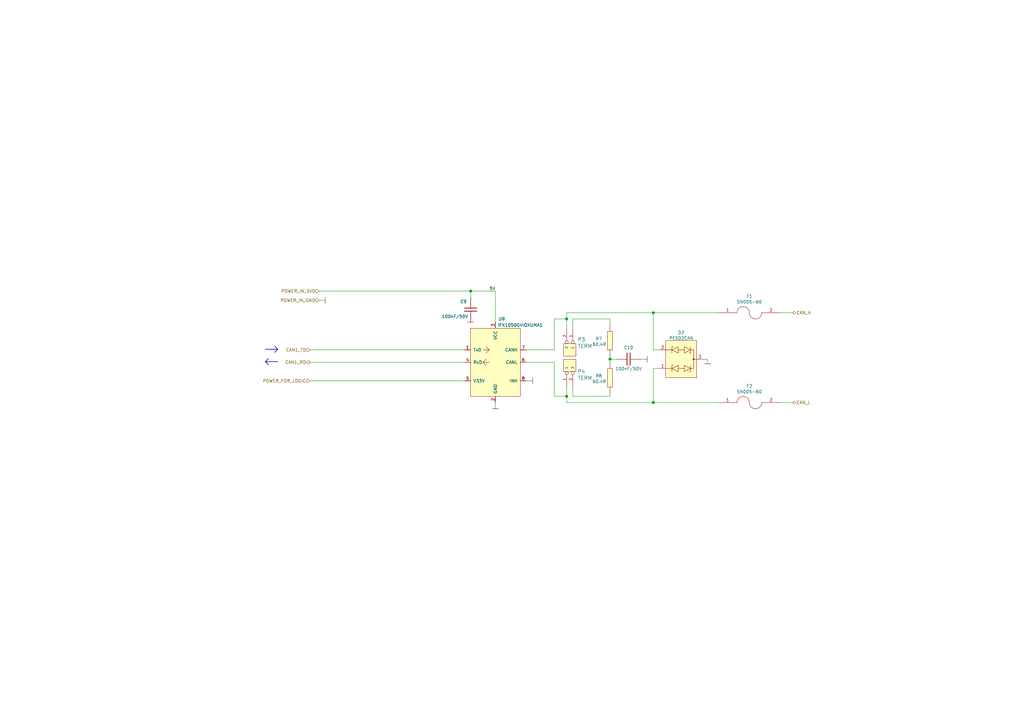
<source format=kicad_sch>
(kicad_sch (version 20210406) (generator eeschema)
  (paper "A3")
  (title_block (title "CAN Bus transceiver") (date "2021-04-14") (rev "V1.0") (company "Embedded System Labs"))
  (lib_symbols
    (symbol "Capacitors_Smd0603:100n" (pin_numbers hide) (pin_names (offset 0.254))
      (property "Reference" "C" (at 1.27 2.54 0))
      (property "Value" "100n" (at 1.27 -2.54 0))
      (symbol "100n_0_1"
        (polyline (pts (xy 2.54 -0.635) (xy -2.54 -0.635) (xy -2.54 -0.635)) (stroke (width 0.3048)))
        (polyline (pts (xy 2.54 0.635) (xy -2.54 0.635) (xy -2.54 0.635)) (stroke (width 0.3048)))
      )
      (symbol "100n_1_1"
        (pin passive line (at 0 5.08 270) (length 4.4704) (name "~") (number "1"))
        (pin passive line (at 0 -5.08 90) (length 4.4704) (name "~") (number "2"))
      )
    )
    (symbol "Communication_Interfaces:IFX1050GVIOXUMA1" (pin_names (offset 1.016))
      (property "Reference" "U" (at 10.16 -17.78 0))
      (property "Value" "IFX1050GVIOXUMA1" (at 11.43 -15.24 0))
      (symbol "IFX1050GVIOXUMA1_1_1"
        (rectangle (start -10.16 13.97) (end 10.16 -13.97) (fill (type background)))
        (polyline (pts (xy -5.08 0) (xy -3.81 -1.27)))
        (polyline (pts (xy -5.08 0) (xy -3.81 1.27)))
        (polyline (pts (xy -5.08 0) (xy -2.54 0)))
        (polyline (pts (xy -5.08 5.08) (xy -2.54 5.08)))
        (polyline (pts (xy -2.54 5.08) (xy -3.81 3.81)))
        (polyline (pts (xy -2.54 5.08) (xy -3.81 6.35)))
        (pin input line (at -12.7 5.08 0) (length 2.54) (name "TxD") (number "1"))
        (pin power_in line (at 0 -16.51 90) (length 2.54) (name "GND") (number "2"))
        (pin power_in line (at 0 16.51 270) (length 2.54) (name "VCC") (number "3"))
        (pin output line (at -12.7 0 0) (length 2.54) (name "RxD") (number "4"))
        (pin power_in line (at -12.7 -7.62 0) (length 2.54) (name "V33V") (number "5"))
        (pin bidirectional line (at 12.7 0 180) (length 2.54) (name "CANL") (number "6"))
        (pin bidirectional line (at 12.7 5.08 180) (length 2.54) (name "CANH") (number "7"))
        (pin input line (at 12.7 -7.62 180) (length 2.54) (name "INH") (number "8"))
      )
    )
    (symbol "Goldpin_2_54mm:GOLDPIN_2_2_54MM" (pin_names (offset 1.016))
      (property "Reference" "P" (at 0 5.08 0))
      (property "Value" "GOLDPIN_2_2_54MM" (at 0 -5.08 0))
      (property "Datasheet" "Goldpins/Components_Documentation/Goldpin_2_54mm.pdf" (at 33.02 15.24 0))
      (symbol "GOLDPIN_2_2_54MM_0_1"
        (rectangle (start -2.54 2.54) (end 2.54 -2.54) (fill (type background)))
      )
      (symbol "GOLDPIN_2_2_54MM_1_1"
        (pin passive inverted (at -8.89 1.27 0) (length 6.35) (name "1") (number "1"))
        (pin passive inverted (at -8.89 -1.27 0) (length 6.35) (name "2") (number "2"))
      )
    )
    (symbol "Ptc_Smd_Fuses:SN005-60" (pin_names (offset 1.016))
      (property "Reference" "F" (at 0 6.35 0))
      (property "Value" "SN005-60" (at 1.27 3.81 0))
      (symbol "SN005-60_0_1"
        (arc (start -2.54 2.54) (end 0 0) (radius (at -2.5654 0) (length 2.54) (angles 89.4 0)))
        (arc (start -5.08 0) (end -2.54 2.54) (radius (at -2.54 -0.0254) (length 2.54) (angles 179.4 90)))
        (arc (start 5.08 0) (end 2.54 -2.54) (radius (at 2.5146 0) (length 2.54) (angles 89.4 0)))
        (arc (start 2.54 -2.54) (end 0 0) (radius (at 2.54 0.0254) (length 2.54) (angles 179.4 90)))
      )
      (symbol "SN005-60_1_1"
        (pin input line (at -12.7 0 0) (length 7.62) (name "~") (number "1"))
        (pin input line (at 12.7 0 180) (length 7.62) (name "~") (number "2"))
      )
    )
    (symbol "Resistors_Smd0805:60.4R" (pin_numbers hide) (pin_names (offset 0))
      (property "Reference" "R" (at 2.032 0 90))
      (property "Value" "60.4R" (at -2.54 0 90))
      (symbol "60.4R_0_1"
        (rectangle (start -1.016 3.81) (end 1.016 -3.81) (fill (type background)))
      )
      (symbol "60.4R_1_1"
        (pin passive line (at 0 6.35 270) (length 2.54) (name "~") (number "1"))
        (pin passive line (at 0 -6.35 90) (length 2.54) (name "~") (number "2"))
      )
    )
    (symbol "esd_protectors:PESD2CAN" (pin_names (offset 0) hide)
      (property "Reference" "D" (at 7.62 -10.16 0))
      (property "Value" "PESD2CAN" (at 7.62 -7.62 0))
      (symbol "PESD2CAN_0_1"
        (rectangle (start -7.62 6.35) (end 7.62 -6.35) (fill (type background)))
        (polyline (pts (xy -3.81 -5.08) (xy 3.81 -5.08)))
        (polyline (pts (xy -3.81 5.08) (xy -3.81 6.35)))
        (polyline (pts (xy 0 -5.08) (xy 0 -6.35)))
        (polyline (pts (xy 3.81 5.08) (xy 3.81 6.35)))
      )
      (symbol "PESD2CAN_1_1"
        (circle (center 0 -5.08) (radius 0.127))
        (circle (center 0 -5.08) (radius 0.2794))
        (polyline (pts (xy -5.08 -3.81) (xy -5.08 -3.175)))
        (polyline (pts (xy -5.08 -3.81) (xy -2.54 -3.81)))
        (polyline (pts (xy -5.08 1.27) (xy -2.54 1.27)))
        (polyline (pts (xy -5.08 3.81) (xy -2.54 3.81)))
        (polyline (pts (xy -3.81 -3.81) (xy -5.08 -1.27)))
        (polyline (pts (xy -3.81 -3.81) (xy -3.81 -5.08)))
        (polyline (pts (xy -3.81 1.27) (xy -3.81 -1.27)))
        (polyline (pts (xy -3.81 3.81) (xy -5.08 1.27)))
        (polyline (pts (xy -3.81 3.81) (xy -3.81 5.08)))
        (polyline (pts (xy -2.54 -1.27) (xy -5.08 -1.27)))
        (polyline (pts (xy -2.54 -1.27) (xy -3.81 -3.81)))
        (polyline (pts (xy -2.54 1.27) (xy -3.81 3.81)))
        (polyline (pts (xy -2.54 3.81) (xy -2.54 3.175)))
        (polyline (pts (xy 2.54 -3.81) (xy 2.54 -3.175)))
        (polyline (pts (xy 2.54 -3.81) (xy 5.08 -3.81)))
        (polyline (pts (xy 2.54 1.27) (xy 5.08 1.27)))
        (polyline (pts (xy 2.54 3.81) (xy 5.08 3.81)))
        (polyline (pts (xy 3.81 -3.81) (xy 2.54 -1.27)))
        (polyline (pts (xy 3.81 -3.81) (xy 3.81 -5.08)))
        (polyline (pts (xy 3.81 1.27) (xy 3.81 -1.27)))
        (polyline (pts (xy 3.81 3.81) (xy 2.54 1.27)))
        (polyline (pts (xy 3.81 3.81) (xy 3.81 5.08)))
        (polyline (pts (xy 5.08 -1.27) (xy 2.54 -1.27)))
        (polyline (pts (xy 5.08 -1.27) (xy 3.81 -3.81)))
        (polyline (pts (xy 5.08 1.27) (xy 3.81 3.81)))
        (polyline (pts (xy 5.08 3.81) (xy 5.08 3.175)))
        (pin bidirectional line (at -3.81 8.89 270) (length 2.54) (name "I/O1") (number "1"))
        (pin bidirectional line (at 3.81 8.89 270) (length 2.54) (name "I/O2") (number "2"))
        (pin power_in line (at 0 -8.89 90) (length 2.54) (name "GND") (number "3"))
      )
    )
    (symbol "power:GND" (power) (pin_names (offset 0))
      (symbol "GND_0_1"
        (polyline (pts (xy -1.27 0) (xy 1.27 0)))
      )
      (symbol "GND_1_1"
        (pin power_in line (at 0 0 180) (length 0) hide (name "GND") (number "1"))
      )
    )
  )
  (junction (at 193.04 119.38) (diameter 1.016))
  (junction (at 232.41 130.81) (diameter 1.016))
  (junction (at 232.41 162.56) (diameter 1.016))
  (junction (at 250.19 147.32) (diameter 1.016))
  (junction (at 267.97 128.27) (diameter 1.016))
  (junction (at 267.97 165.1) (diameter 1.016))
  (wire (pts (xy 127 143.51) (xy 190.5 143.51)))
  (wire (pts (xy 127 148.59) (xy 190.5 148.59)))
  (wire (pts (xy 127 156.21) (xy 190.5 156.21)))
  (wire (pts (xy 130.81 119.38) (xy 193.04 119.38)))
  (wire (pts (xy 130.81 123.19) (xy 133.35 123.19)))
  (wire (pts (xy 193.04 119.38) (xy 193.04 121.92)))
  (wire (pts (xy 193.04 119.38) (xy 203.2 119.38)))
  (wire (pts (xy 203.2 132.08) (xy 203.2 119.38)))
  (wire (pts (xy 203.2 165.1) (xy 203.2 167.64)))
  (wire (pts (xy 215.9 143.51) (xy 227.33 143.51)))
  (wire (pts (xy 215.9 148.59) (xy 227.33 148.59)))
  (wire (pts (xy 215.9 156.21) (xy 218.44 156.21)))
  (wire (pts (xy 227.33 130.81) (xy 232.41 130.81)))
  (wire (pts (xy 227.33 143.51) (xy 227.33 130.81)))
  (wire (pts (xy 227.33 148.59) (xy 227.33 162.56)))
  (wire (pts (xy 227.33 162.56) (xy 232.41 162.56)))
  (wire (pts (xy 232.41 128.27) (xy 232.41 130.81)))
  (wire (pts (xy 232.41 130.81) (xy 232.41 134.62)))
  (wire (pts (xy 232.41 162.56) (xy 232.41 158.75)))
  (wire (pts (xy 232.41 162.56) (xy 232.41 165.1)))
  (wire (pts (xy 232.41 165.1) (xy 267.97 165.1)))
  (wire (pts (xy 234.95 130.81) (xy 234.95 134.62)))
  (wire (pts (xy 234.95 158.75) (xy 234.95 162.56)))
  (wire (pts (xy 234.95 162.56) (xy 250.19 162.56)))
  (wire (pts (xy 250.19 130.81) (xy 234.95 130.81)))
  (wire (pts (xy 250.19 133.35) (xy 250.19 130.81)))
  (wire (pts (xy 250.19 146.05) (xy 250.19 147.32)))
  (wire (pts (xy 250.19 147.32) (xy 250.19 148.59)))
  (wire (pts (xy 250.19 147.32) (xy 252.73 147.32)))
  (wire (pts (xy 250.19 162.56) (xy 250.19 161.29)))
  (wire (pts (xy 262.89 147.32) (xy 265.43 147.32)))
  (wire (pts (xy 267.97 128.27) (xy 232.41 128.27)))
  (wire (pts (xy 267.97 128.27) (xy 294.64 128.27)))
  (wire (pts (xy 267.97 143.51) (xy 267.97 128.27)))
  (wire (pts (xy 267.97 151.13) (xy 270.51 151.13)))
  (wire (pts (xy 267.97 165.1) (xy 267.97 151.13)))
  (wire (pts (xy 267.97 165.1) (xy 294.64 165.1)))
  (wire (pts (xy 270.51 143.51) (xy 267.97 143.51)))
  (wire (pts (xy 288.29 147.32) (xy 290.195 147.32)))
  (wire (pts (xy 290.195 147.32) (xy 290.195 149.225)))
  (wire (pts (xy 320.04 128.27) (xy 325.12 128.27)))
  (wire (pts (xy 325.12 165.1) (xy 320.04 165.1)))
  (polyline (pts (xy 108.839 148.336) (xy 110.109 147.066)) (stroke (width 0.254) (type solid)))
  (polyline (pts (xy 108.839 148.336) (xy 110.109 149.606)) (stroke (width 0.254) (type solid)))
  (polyline (pts (xy 108.839 148.336) (xy 113.919 148.336)) (stroke (width 0.254) (type solid)))
  (polyline (pts (xy 113.919 143.256) (xy 108.839 143.256)) (stroke (width 0.254) (type solid)))
  (polyline (pts (xy 113.919 143.256) (xy 112.649 141.986)) (stroke (width 0.254) (type solid)))
  (polyline (pts (xy 113.919 143.256) (xy 112.649 144.526)) (stroke (width 0.254) (type solid)))
  (label "5V" (at 203.2 119.38 180))
  (hierarchical_label "CAN1_TD" (shape input) (at 127 143.51 180))
  (hierarchical_label "CAN1_RD" (shape output) (at 127 148.59 180))
  (hierarchical_label "POWER_FOR_LOGIC" (shape input) (at 127 156.21 180))
  (hierarchical_label "POWER_IN_5V0" (shape input) (at 130.81 119.38 180))
  (hierarchical_label "POWER_IN_GND" (shape input) (at 130.81 123.19 180))
  (hierarchical_label "CAN_H" (shape bidirectional) (at 325.12 128.27 0))
  (hierarchical_label "CAN_L" (shape bidirectional) (at 325.12 165.1 0))
  (symbol (lib_id "power:GND") (at 133.35 123.19 90) (unit 1)
    (property "Reference" "#PWR0151" (effects hide))
    (property "Value" "GND" (effects hide))
  )
  (symbol (lib_id "power:GND") (at 193.04 132.08 0) (unit 1)
    (property "Reference" "#PWR0153" (effects hide))
    (property "Value" "GND" (effects hide))
  )
  (symbol (lib_id "power:GND") (at 203.2 167.64 0) (unit 1)
    (property "Reference" "#PWR0173" (effects hide))
    (property "Value" "GND" (effects hide))
  )
  (symbol (lib_id "power:GND") (at 218.44 156.21 270) (unit 1)
    (property "Reference" "#PWR0172" (effects hide))
    (property "Value" "GND" (effects hide))
  )
  (symbol (lib_id "power:GND") (at 265.43 147.32 90) (unit 1)
    (property "Reference" "#PWR0152" (effects hide))
    (property "Value" "GND" (effects hide))
  )
  (symbol (lib_id "power:GND") (at 290.195 149.225 0) (unit 1)
    (property "Reference" "#PWR0150" (effects hide))
    (property "Value" "GND" (effects hide))
  )
  (symbol (lib_id "Resistors_Smd0805:60.4R") (at 250.19 139.7 0) (unit 1)
    (property "Reference" "R7" (at 244.2211 138.9391 0) (effects (justify left)))
    (property "Value" "60.4R" (at 242.9511 141.2378 0) (effects (justify left)))
    (property "Footprint" "Resistor_Smd_0805:60.4R_0805" (effects hide))
    (property "Datasheet" "https://www.tme.eu/Document/ec37243ca557adb02ebafc5c1ab83104/CQ%20datasheet.pdf" (effects hide))
    (property "Manufacturer" "Royal Ohm" (effects hide))
    (property "Maunufacturer Part Number" "CQ05S8F604JT5E" (effects hide))
    (property "Supplier" "Tme" (effects hide))
    (property "Supplier Part Number" "CQ0805-60R4-1%" (effects hide))
    (property "URL" "https://www.tme.eu/pl/details/cq0805-60r4-1%25/rezystory-smd-0805/royal-ohm/cq05s8f604jt5e/" (effects hide))
    (property "Price@1pc" "0,11395" (effects hide))
    (property "Price@1000pcs" "0,05716" (effects hide))
    (property "Developer" "MW" (effects hide))
    (property "Package" "0805" (effects hide))
    (property "LCSC Part #(optional)" "C441730" (effects hide))
  )
  (symbol (lib_id "Resistors_Smd0805:60.4R") (at 250.19 154.94 0) (unit 1)
    (property "Reference" "R8" (at 244.2211 154.1791 0) (effects (justify left)))
    (property "Value" "60.4R" (at 242.9511 156.4778 0) (effects (justify left)))
    (property "Footprint" "Resistor_Smd_0805:60.4R_0805" (effects hide))
    (property "Datasheet" "https://www.tme.eu/Document/ec37243ca557adb02ebafc5c1ab83104/CQ%20datasheet.pdf" (effects hide))
    (property "Manufacturer" "Royal Ohm" (effects hide))
    (property "Maunufacturer Part Number" "CQ05S8F604JT5E" (effects hide))
    (property "Supplier" "Tme" (effects hide))
    (property "Supplier Part Number" "CQ0805-60R4-1%" (effects hide))
    (property "URL" "https://www.tme.eu/pl/details/cq0805-60r4-1%25/rezystory-smd-0805/royal-ohm/cq05s8f604jt5e/" (effects hide))
    (property "Price@1pc" "0,11395" (effects hide))
    (property "Price@1000pcs" "0,05716" (effects hide))
    (property "Developer" "MW" (effects hide))
    (property "Package" "0805" (effects hide))
    (property "LCSC Part #(optional)" "C441730" (effects hide))
  )
  (symbol (lib_id "Capacitors_Smd0603:100n") (at 193.04 127 0) (unit 1)
    (property "Reference" "C9" (at 188.7475 123.6991 0) (effects (justify left)))
    (property "Value" "100nF/50V" (at 181.1275 129.8078 0) (effects (justify left)))
    (property "Footprint" "Capacitors_Smd_0603:100nF_0603" (effects hide))
    (property "Datasheet" "Capacitors/Smd_0603/Components_Documentation/KEM_C1005_Y5V_SMD.pdf" (effects hide))
    (property "Manufacturer" "SAMSUNG" (effects hide))
    (property "Manufacturer Part Number" "CL10B104JB8NNNC" (effects hide))
    (property "Supplier" "TME" (effects hide))
    (property "Supplier Part Number" "CL10B104JB8NNNC" (effects hide))
    (property "URL" "https://www.tme.eu/pl/details/cl10b104jb8nnnc/kondensatory-mlcc-smd-0603/samsung/" (effects hide))
    (property "Price@1pc" "0,04540" (effects hide))
    (property "Price@1000pcs" "0,02231" (effects hide))
    (property "Package" "0603" (effects hide))
  )
  (symbol (lib_id "Capacitors_Smd0603:100n") (at 257.81 147.32 90) (unit 1)
    (property "Reference" "C10" (at 257.81 142.5914 90))
    (property "Value" "100nF/50V" (at 257.81 151.2401 90))
    (property "Footprint" "Capacitors_Smd_0603:100nF_0603" (effects hide))
    (property "Datasheet" "Capacitors/Smd_0603/Components_Documentation/KEM_C1005_Y5V_SMD.pdf" (effects hide))
    (property "Manufacturer" "SAMSUNG" (effects hide))
    (property "Manufacturer Part Number" "CL10B104JB8NNNC" (effects hide))
    (property "Supplier" "TME" (effects hide))
    (property "Supplier Part Number" "CL10B104JB8NNNC" (effects hide))
    (property "URL" "https://www.tme.eu/pl/details/cl10b104jb8nnnc/kondensatory-mlcc-smd-0603/samsung/" (effects hide))
    (property "Price@1pc" "0,04540" (effects hide))
    (property "Price@1000pcs" "0,02231" (effects hide))
    (property "Package" "0603" (effects hide))
  )
  (symbol (lib_id "Goldpin_2_54mm:GOLDPIN_2_2_54MM") (at 233.68 143.51 270) (unit 1)
    (property "Reference" "P3" (at 236.8551 139.2569 90) (effects (font (size 1.524 1.524)) (justify left)))
    (property "Value" "TERM" (at 236.8551 141.9645 90) (effects (font (size 1.524 1.524)) (justify left)))
    (property "Footprint" "Goldpin:Goldpin_2_2_54mm" (effects hide))
    (property "Datasheet" "Goldpins/Components_Documentation/Goldpin_2_54mm.pdf" (effects hide))
  )
  (symbol (lib_id "Goldpin_2_54mm:GOLDPIN_2_2_54MM") (at 233.68 149.86 90) (unit 1)
    (property "Reference" "P4" (at 236.8551 152.3379 90) (effects (font (size 1.524 1.524)) (justify right)))
    (property "Value" "TERM" (at 236.8551 155.0455 90) (effects (font (size 1.524 1.524)) (justify right)))
    (property "Footprint" "Goldpin:Goldpin_2_2_54mm" (effects hide))
    (property "Datasheet" "Goldpins/Components_Documentation/Goldpin_2_54mm.pdf" (effects hide))
  )
  (symbol (lib_id "Ptc_Smd_Fuses:SN005-60") (at 307.34 128.27 0) (unit 1)
    (property "Reference" "F1" (at 307.34 121.5136 0))
    (property "Value" "SN005-60" (at 307.34 123.825 0))
    (property "Footprint" "Smd_Ptc_Fuses:SN005-60" (effects hide))
    (property "Datasheet" "Fuses/Smd_Ptc_Fuses/Components_Documentation/K1008595450.pdf" (effects hide))
    (property "Manufacturer" "ECE" (effects hide))
    (property "Manufacturer Part Number" "SN005-60" (effects hide))
    (property "Supplier" "TME" (effects hide))
    (property "Supplier Part Number" "SN005-60" (effects hide))
    (property "URL" "https://www.tme.eu/pl/details/sn005-60/bezpieczniki-polimerowe-smd/ece/" (effects hide))
    (property "Price@1pc" "0,3509" (effects hide))
    (property "Price@1000pcs" "0,2470" (effects hide))
    (property "Developer" "WP" (effects hide))
    (property "Package" "1206" (effects hide))
  )
  (symbol (lib_id "Ptc_Smd_Fuses:SN005-60") (at 307.34 165.1 0) (unit 1)
    (property "Reference" "F2" (at 307.34 158.3436 0))
    (property "Value" "SN005-60" (at 307.34 160.655 0))
    (property "Footprint" "Smd_Ptc_Fuses:SN005-60" (effects hide))
    (property "Datasheet" "Fuses/Smd_Ptc_Fuses/Components_Documentation/K1008595450.pdf" (effects hide))
    (property "Manufacturer" "ECE" (effects hide))
    (property "Manufacturer Part Number" "SN005-60" (effects hide))
    (property "Supplier" "TME" (effects hide))
    (property "Supplier Part Number" "SN005-60" (effects hide))
    (property "URL" "https://www.tme.eu/pl/details/sn005-60/bezpieczniki-polimerowe-smd/ece/" (effects hide))
    (property "Price@1pc" "0,3509" (effects hide))
    (property "Price@1000pcs" "0,2470" (effects hide))
    (property "Developer" "WP" (effects hide))
    (property "Package" "1206" (effects hide))
  )
  (symbol (lib_id "esd_protectors:PESD2CAN") (at 279.4 147.32 90) (unit 1)
    (property "Reference" "D2" (at 279.4 136.3938 90))
    (property "Value" "PESD2CAN" (at 279.4 138.6925 90))
    (property "Footprint" "ESD_Protectors:PESD2CAN.215" (effects hide))
    (property "Datasheet" "https://assets.nexperia.com/documents/data-sheet/PESD2CAN.pdf" (effects hide))
    (property "Manufacturer" "NEXPERIA" (effects hide))
    (property "Manufacturer Part Number" "PESD2CAN.215" (effects hide))
    (property "Supplier" "TME" (effects hide))
    (property "Supplier Part Number" "PESD2CAN.215 " (effects hide))
    (property "URL" "https://www.tme.eu/pl/en/details/pesd2can.215/bidirectional-smd-transil-diodes/nexperia/" (effects hide))
    (property "Price@1pc" "0,63791" (effects hide))
    (property "Price@1000pcs" "0,41100" (effects hide))
    (property "Developer" "MW" (effects hide))
    (property "Package" "SOT23-3" (effects hide))
    (property "LCSC Part #(optional)" "C75176" (effects hide))
  )
  (symbol (lib_id "Communication_Interfaces:IFX1050GVIOXUMA1") (at 203.2 148.59 0) (unit 1)
    (property "Reference" "U9" (at 205.74 130.81 0))
    (property "Value" "IFX1050GVIOXUMA1" (at 213.36 133.35 0))
    (property "Footprint" "Communication_Interfaces:IFX1050GVIOXUMA1" (effects hide))
    (property "Datasheet" "C:/Wiktor/KiCad/KiCadWolowik/Schematic/Communication_Interfaces/Components_Documentation/IFX1050GVIOXUMA1.pdf" (effects hide))
  )
)
</source>
